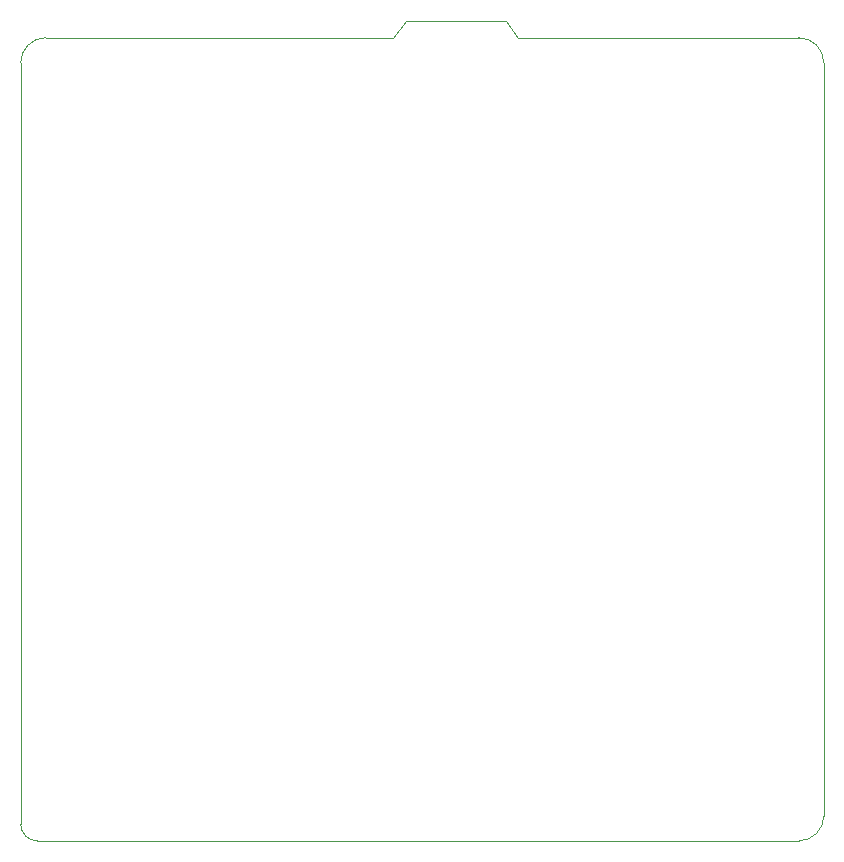
<source format=gm1>
G04 #@! TF.GenerationSoftware,KiCad,Pcbnew,(6.0.4-0)*
G04 #@! TF.CreationDate,2023-09-21T22:42:23-05:00*
G04 #@! TF.ProjectId,kowgary16_cfx,6b6f7767-6172-4793-9136-5f6366782e6b,rev?*
G04 #@! TF.SameCoordinates,Original*
G04 #@! TF.FileFunction,Profile,NP*
%FSLAX45Y45*%
G04 Gerber Fmt 4.5, Leading zero omitted, Abs format (unit mm)*
G04 Created by KiCad (PCBNEW (6.0.4-0)) date 2023-09-21 22:42:23*
%MOMM*%
%LPD*%
G01*
G04 APERTURE LIST*
G04 #@! TA.AperFunction,Profile*
%ADD10C,0.100000*%
G04 #@! TD*
G04 APERTURE END LIST*
D10*
X7649996Y-1487496D02*
G75*
G03*
X7437496Y-1699999I4J-212504D01*
G01*
X14237491Y-1699999D02*
G75*
G03*
X14024993Y-1487499I-212501J-1D01*
G01*
X11545828Y-1345833D02*
X11652078Y-1487499D01*
X10589578Y-1487499D02*
X10554162Y-1487499D01*
X7437496Y-8145829D02*
X7437496Y-1699999D01*
X7649996Y-1487499D02*
X10554162Y-1487499D01*
X11687494Y-1487499D02*
X14024993Y-1487499D01*
X14237493Y-1699999D02*
X14237493Y-8074996D01*
X11687494Y-1487499D02*
X11652078Y-1487499D01*
X14024993Y-8287496D02*
X7579163Y-8287496D01*
X14024993Y-8287503D02*
G75*
G03*
X14237493Y-8074996I-3J212503D01*
G01*
X10589578Y-1487499D02*
X10695828Y-1345833D01*
X10695828Y-1345833D02*
X11545828Y-1345833D01*
X7437494Y-8145829D02*
G75*
G03*
X7579163Y-8287496I141666J-1D01*
G01*
M02*

</source>
